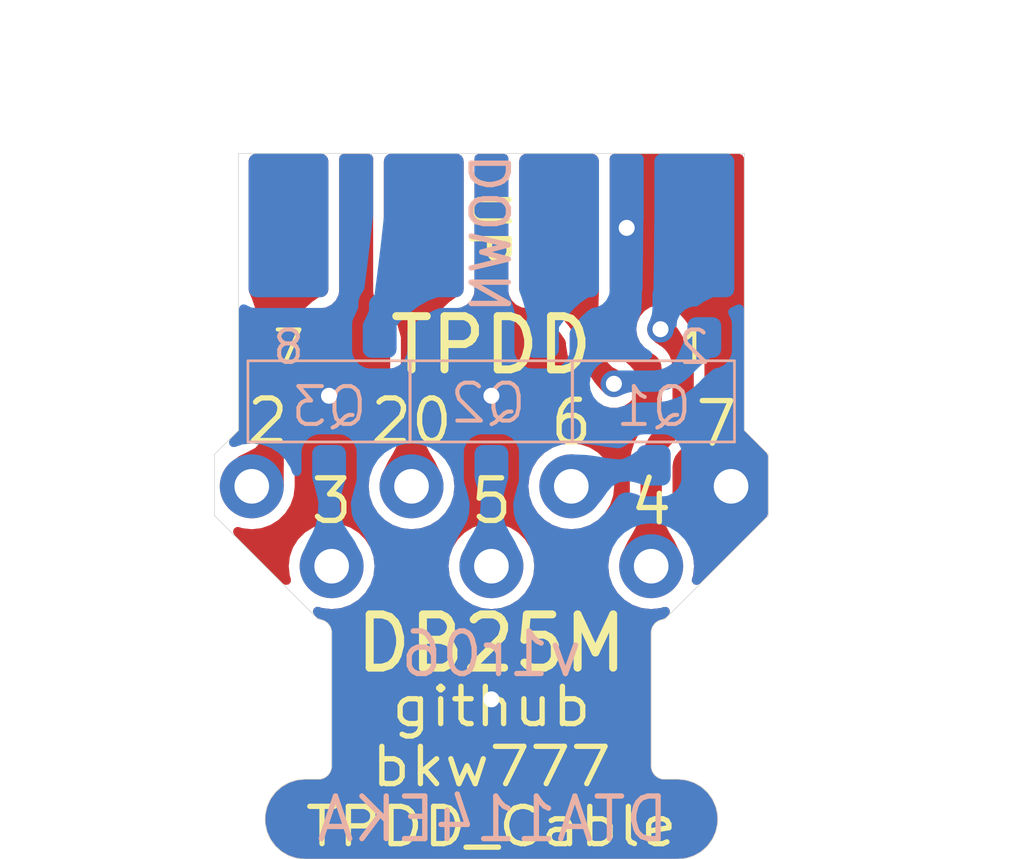
<source format=kicad_pcb>
(kicad_pcb (version 20240108) (generator "pcbnew") (generator_version "8.0")
  (title_block (title "TPDD_Cable_1") (date "2024-08-18") (rev "1r06") (company "b.kenyon.w@gmail.com"))
  (layers (0 "F.Cu" signal "Top") (31 "B.Cu" signal "Bottom") (34 "B.Paste" user) (35 "F.Paste" user) (36 "B.SilkS" user "B.Silkscreen") (37 "F.SilkS" user "F.Silkscreen") (38 "B.Mask" user) (39 "F.Mask" user) (44 "Edge.Cuts" user))
  (net 0 "")
  (net 1 "/TPDD_Cable/TX")
  (net 2 "/TPDD_Cable/RX_TTL")
  (net 3 "/TPDD_Cable/CTS_TTL")
  (net 4 "/TPDD_Cable/RTS")
  (net 5 "/TPDD_Cable/EB+")
  (net 6 "/TPDD_Cable/DSR_TTL")
  (net 7 "/TPDD_Cable/DTR")
  (net 8 "GND")
  (net 9 "/TPDD_Cable/RX")
  (net 10 "/TPDD_Cable/DSR")
  (net 11 "/TPDD_Cable/CTS")
  (footprint "000_LOCAL:2-6-2_tpdd" (layer "F.Cu") (at 148.803 82.2295)
    (property "Reference" "J2" (hide yes))
    (property "Value" "TPDD")
    (fp_text user "2" (at 0 2.286 0) (layer "B.SilkS") (effects (font (size 0.6096 0.6096) (thickness 0.0762)) (justify mirror)))
    (fp_text user "8" (at -7.62 2.286 0) (layer "B.SilkS") (effects (font (size 0.6096 0.6096) (thickness 0.0762)) (justify mirror)))
    (fp_text user "1" (at 0 2.286 0) (layer "F.SilkS") (effects (font (size 0.6096 0.6096) (thickness 0.0762))))
    (fp_text user "7" (at -7.62 2.286 0) (layer "F.SilkS") (effects (font (size 0.6096 0.6096) (thickness 0.0762))))
    (pad "1" smd roundrect (at 0 0) (size 1.5 2.7) (layers "F.Cu" "F.Mask") (roundrect_rratio 0.1) (net 8 "GND"))
    (pad "2" smd roundrect (at 0 0) (size 1.5 2.7) (layers "B.Cu" "B.Mask") (roundrect_rratio 0.1) (net 4 "/TPDD_Cable/RTS"))
    (pad "3" smd roundrect (at -2.54 0) (size 1.5 2.7) (layers "F.Cu" "F.Mask") (roundrect_rratio 0.1) (net 6 "/TPDD_Cable/DSR_TTL"))
    (pad "4" smd roundrect (at -2.54 0) (size 1.5 2.7) (layers "B.Cu" "B.Mask") (roundrect_rratio 0.1) (net 3 "/TPDD_Cable/CTS_TTL"))
    (pad "5" smd roundrect (at -5.08 0) (size 1.5 2.7) (layers "F.Cu" "F.Mask") (roundrect_rratio 0.1) (net 7 "/TPDD_Cable/DTR"))
    (pad "6" smd roundrect (at -5.08 0) (size 1.5 2.7) (layers "B.Cu" "B.Mask") (roundrect_rratio 0.1) (net 2 "/TPDD_Cable/RX_TTL"))
    (pad "7" smd roundrect (at -7.62 0) (size 1.5 2.7) (layers "F.Cu" "F.Mask") (roundrect_rratio 0.1) (net 1 "/TPDD_Cable/TX"))
    (pad "8" smd roundrect (at -7.62 0) (size 1.5 2.7) (layers "B.Cu" "B.Mask") (roundrect_rratio 0.1) (net 5 "/TPDD_Cable/EB+"))
  )
  (footprint "000_LOCAL:PTH_0.65x1.2" (layer "F.Cu") (at 147.993 88.6295)
    (property "Reference" "P4")
    (property "Value" "CTS")
    (pad "1" thru_hole circle (at 0 0) (size 1.2 1.2) (drill 0.65) (layers "*.Cu" "*.Mask") (net 4 "/TPDD_Cable/RTS"))
  )
  (footprint "000_LOCAL:PTH_0.65x1.2" (layer "F.Cu") (at 149.493 87.1295)
    (property "Reference" "P7")
    (property "Value" "GND")
    (pad "1" thru_hole circle (at 0 0) (size 1.2 1.2) (drill 0.65) (layers "*.Cu" "*.Mask") (net 8 "GND"))
  )
  (footprint "000_LOCAL:PTH_0.65x1.2" (layer "F.Cu") (at 144.993 88.6295)
    (property "Reference" "P5")
    (property "Value" "RTS")
    (pad "1" thru_hole circle (at 0 0) (size 1.2 1.2) (drill 0.65) (layers "*.Cu" "*.Mask") (net 11 "/TPDD_Cable/CTS"))
  )
  (footprint "000_LOCAL:PTH_0.65x1.2" (layer "F.Cu") (at 140.493 87.1295)
    (property "Reference" "P2")
    (property "Value" "RX")
    (pad "1" thru_hole circle (at 0 0) (size 1.2 1.2) (drill 0.65) (layers "*.Cu" "*.Mask") (net 1 "/TPDD_Cable/TX"))
  )
  (footprint "000_LOCAL:PTH_0.65x1.2" (layer "F.Cu") (at 143.493 87.1295)
    (property "Reference" "P20")
    (property "Value" "DSR")
    (pad "1" thru_hole circle (at 0 0) (size 1.2 1.2) (drill 0.65) (layers "*.Cu" "*.Mask") (net 7 "/TPDD_Cable/DTR"))
  )
  (footprint "000_LOCAL:PTH_0.65x1.2" (layer "F.Cu") (at 146.493 87.1295)
    (property "Reference" "P6")
    (property "Value" "DTR")
    (pad "1" thru_hole circle (at 0 0) (size 1.2 1.2) (drill 0.65) (layers "*.Cu" "*.Mask") (net 10 "/TPDD_Cable/DSR"))
  )
  (footprint "000_LOCAL:PTH_0.65x1.2" (layer "F.Cu") (at 141.993 88.6295)
    (property "Reference" "P3")
    (property "Value" "TX")
    (pad "1" thru_hole circle (at 0 0) (size 1.2 1.2) (drill 0.65) (layers "*.Cu" "*.Mask") (net 9 "/TPDD_Cable/RX"))
  )
  (footprint "000_LOCAL:SC-59" (layer "B.Cu") (at 141.945 85.5345 -90)
    (property "Reference" "Q3" (at -0.3175 0.762 0) (layer "B.SilkS") (effects (font (size 0.7112 0.7112) (thickness 0.0762)) (justify right top mirror)))
    (property "Value" "DTA114EKA" (hide yes))
    (fp_line (start -0.762 1.524) (end 0.762 1.524) (stroke (width 0.0508)) (layer "B.SilkS"))
    (fp_line (start -0.762 1.524) (end -0.762 -1.516) (stroke (width 0.0508)) (layer "B.SilkS"))
    (fp_line (start 0.762 1.524) (end 0.762 -1.516) (stroke (width 0.0508)) (layer "B.SilkS"))
    (fp_line (start -0.762 -1.516) (end 0.762 -1.516) (stroke (width 0.0508)) (layer "B.SilkS"))
    (pad "1" smd roundrect (at -1.2 0.95 270) (size 0.762 0.635) (layers "B.Cu" "B.Paste" "B.Mask") (net 8 "GND"))
    (pad "2" smd roundrect (at -1.2 -0.95 270) (size 0.762 0.635) (layers "B.Cu" "B.Paste" "B.Mask") (net 2 "/TPDD_Cable/RX_TTL"))
    (pad "3" smd roundrect (at 1.2 0 270) (size 0.762 0.635) (layers "B.Cu" "B.Paste" "B.Mask") (net 9 "/TPDD_Cable/RX"))
  )
  (footprint "000_LOCAL:SC-59" (layer "B.Cu") (at 148.041 85.5345 -90)
    (property "Reference" "Q1" (at -0.3175 0.762 0) (layer "B.SilkS") (effects (font (size 0.7112 0.7112) (thickness 0.0762)) (justify right top mirror)))
    (property "Value" "DTA114EKA" (hide yes))
    (fp_line (start -0.762 1.524) (end 0.762 1.524) (stroke (width 0.0508)) (layer "B.SilkS"))
    (fp_line (start -0.762 1.524) (end -0.762 -1.516) (stroke (width 0.0508)) (layer "B.SilkS"))
    (fp_line (start 0.762 1.524) (end 0.762 -1.516) (stroke (width 0.0508)) (layer "B.SilkS"))
    (fp_line (start -0.762 -1.516) (end 0.762 -1.516) (stroke (width 0.0508)) (layer "B.SilkS"))
    (pad "1" smd roundrect (at -1.2 0.95 270) (size 0.762 0.635) (layers "B.Cu" "B.Paste" "B.Mask") (net 8 "GND"))
    (pad "2" smd roundrect (at -1.2 -0.95 270) (size 0.762 0.635) (layers "B.Cu" "B.Paste" "B.Mask") (net 6 "/TPDD_Cable/DSR_TTL"))
    (pad "3" smd roundrect (at 1.2 0 270) (size 0.762 0.635) (layers "B.Cu" "B.Paste" "B.Mask") (net 10 "/TPDD_Cable/DSR"))
  )
  (footprint "000_LOCAL:SC-59" (layer "B.Cu") (at 144.993 85.5345 -90)
    (property "Reference" "Q2" (at -0.381 0.8255 0) (layer "B.SilkS") (effects (font (size 0.7112 0.7112) (thickness 0.0762)) (justify right top mirror)))
    (property "Value" "DTA114EKA" (hide yes))
    (fp_line (start -0.762 1.524) (end 0.762 1.524) (stroke (width 0.0508)) (layer "B.SilkS"))
    (fp_line (start -0.762 1.524) (end -0.762 -1.516) (stroke (width 0.0508)) (layer "B.SilkS"))
    (fp_line (start 0.762 1.524) (end 0.762 -1.516) (stroke (width 0.0508)) (layer "B.SilkS"))
    (fp_line (start -0.762 -1.516) (end 0.762 -1.516) (stroke (width 0.0508)) (layer "B.SilkS"))
    (pad "1" smd roundrect (at -1.2 0.95 270) (size 0.762 0.635) (layers "B.Cu" "B.Paste" "B.Mask") (net 8 "GND"))
    (pad "2" smd roundrect (at -1.2 -0.95 270) (size 0.762 0.635) (layers "B.Cu" "B.Paste" "B.Mask") (net 3 "/TPDD_Cable/CTS_TTL"))
    (pad "3" smd roundrect (at 1.2 0 270) (size 0.762 0.635) (layers "B.Cu" "B.Paste" "B.Mask") (net 11 "/TPDD_Cable/CTS"))
  )
  (gr_line (start 141.493 94.1295) (end 148.493 94.1295) (stroke (width 0.0127)) (layer "Edge.Cuts"))
  (gr_line (start 141.743 92.6295) (end 141.493 92.6295) (stroke (width 0.0127)) (layer "Edge.Cuts"))
  (gr_line (start 147.993 89.8795) (end 147.993 92.3795) (stroke (width 0.0127)) (layer "Edge.Cuts"))
  (gr_line (start 150.193 87.6795) (end 150.193 86.5295) (stroke (width 0.0127)) (layer "Edge.Cuts"))
  (gr_line (start 141.743 89.6295) (end 139.793 87.6795) (stroke (width 0.0127)) (layer "Edge.Cuts"))
  (gr_line (start 148.493 92.6295) (end 148.243 92.6295) (stroke (width 0.0127)) (layer "Edge.Cuts"))
  (gr_line (start 141.993 92.3795) (end 141.993 89.8795) (stroke (width 0.0127)) (layer "Edge.Cuts"))
  (gr_line (start 140.243 86.0795) (end 140.243 80.8795) (stroke (width 0.0127)) (layer "Edge.Cuts"))
  (gr_line (start 150.193 86.5295) (end 149.743 86.0795) (stroke (width 0.0127)) (layer "Edge.Cuts"))
  (gr_line (start 149.743 80.8795) (end 149.743 86.0795) (stroke (width 0.0127)) (layer "Edge.Cuts"))
  (gr_arc (start 148.493 92.6295) (mid 149.243 93.3795) (end 148.493 94.1295) (stroke (width 0.0127)) (layer "Edge.Cuts"))
  (gr_arc (start 141.743 89.6295) (mid 141.919777 89.702723) (end 141.993 89.8795) (stroke (width 0.0127)) (layer "Edge.Cuts"))
  (gr_line (start 139.793 87.6795) (end 139.793 86.5295) (stroke (width 0.0127)) (layer "Edge.Cuts"))
  (gr_line (start 139.793 86.5295) (end 140.243 86.0795) (stroke (width 0.0127)) (layer "Edge.Cuts"))
  (gr_line (start 148.243 89.6295) (end 150.193 87.6795) (stroke (width 0.0127)) (layer "Edge.Cuts"))
  (gr_arc (start 141.493 94.1295) (mid 140.743 93.3795) (end 141.493 92.6295) (stroke (width 0.0127)) (layer "Edge.Cuts"))
  (gr_arc (start 141.993 92.3795) (mid 141.919777 92.556277) (end 141.743 92.6295) (stroke (width 0.0127)) (layer "Edge.Cuts"))
  (gr_arc (start 148.243 92.6295) (mid 148.066223 92.556277) (end 147.993 92.3795) (stroke (width 0.0127)) (layer "Edge.Cuts"))
  (gr_arc (start 147.993 89.8795) (mid 148.066223 89.702723) (end 148.243 89.6295) (stroke (width 0.0127)) (layer "Edge.Cuts"))
  (gr_line (start 140.243 80.8795) (end 149.743 80.8795) (stroke (width 0.0127)) (layer "Edge.Cuts"))
  (gr_text "DOWN" (at 144.993 82.3795 90) (layer "B.SilkS") (effects (font (size 0.7 0.7) (thickness 0.1)) (justify mirror)))
  (gr_text "${00000000-0000-0000-0000-00005d2d4345:VALUE}" (at 145.018 93.3795 0) (layer "B.SilkS") (effects (font (size 0.8 0.8) (thickness 0.1)) (justify mirror)))
  (gr_text "v${REVISION}" (at 144.993 90.2795 0) (layer "B.SilkS") (effects (font (size 0.8 0.8) (thickness 0.1)) (justify mirror)))
  (gr_text "TPDD" (at 144.993 84.4795 0) (layer "F.SilkS") (effects (font (size 1 1))))
  (gr_text "7" (at 149.218 85.9545 0) (layer "F.SilkS") (effects (font (size 0.8 0.8) (thickness 0.1))))
  (gr_text "6" (at 146.493 85.9295 0) (layer "F.SilkS") (effects (font (size 0.8 0.8) (thickness 0.1))))
  (gr_text "2" (at 140.793 85.9045 0) (layer "F.SilkS") (effects (font (size 0.8 0.8) (thickness 0.1))))
  (gr_text "5" (at 144.993 87.4045 0) (layer "F.SilkS") (effects (font (size 0.8 0.8) (thickness 0.1))))
  (gr_text "4" (at 147.993 87.4295 0) (layer "F.SilkS") (effects (font (size 0.8 0.8) (thickness 0.1))))
  (gr_text "DB25M" (at 144.993 90.0795 0) (layer "F.SilkS") (effects (font (size 1 1))))
  (gr_text "UP" (at 144.943 82.296 270) (layer "F.SilkS") (effects (font (size 0.7 0.7) (thickness 0.1))))
  (gr_text "github\nbkw777\nTPDD_Cable" (at 144.993 93.9295 0) (layer "F.SilkS") (effects (font (size 0.7 0.8) (thickness 0.1)) (justify bottom)))
  (gr_text "3" (at 141.993 87.4045 0) (layer "F.SilkS") (effects (font (size 0.8 0.8) (thickness 0.1))))
  (gr_text "20" (at 143.493 85.9045 0) (layer "F.SilkS") (effects (font (size 0.8 0.8) (thickness 0.1))))
  (segment (start 140.893 86.7295) (end 140.493 87.1295) (width 0.4) (layer "F.Cu") (net 1))
  (segment (start 141.183 82.2295) (end 140.893 82.5195) (width 0.4) (layer "F.Cu") (net 1))
  (segment (start 140.893 82.5195) (end 140.893 86.7295) (width 0.4) (layer "F.Cu") (net 1))
  (segment (start 142.895 83.7209) (end 143.723 82.8929) (width 0.4) (layer "B.Cu") (net 2))
  (segment (start 142.895 84.3345) (end 142.895 83.7209) (width 0.4) (layer "B.Cu") (net 2))
  (segment (start 143.723 82.8929) (end 143.723 82.2295) (width 0.4) (layer "B.Cu") (net 2))
  (segment (start 145.943 84.3345) (end 145.943 82.5495) (width 0.4) (layer "B.Cu") (net 3))
  (segment (start 145.943 82.5495) (end 146.263 82.2295) (width 0.4) (layer "B.Cu") (net 3))
  (segment (start 148.593 84.935871) (end 148.593 85.498129) (width 0.4) (layer "F.Cu") (net 4))
  (segment (start 148.168 84.1795) (end 148.358686 84.370186) (width 0.4) (layer "F.Cu") (net 4))
  (segment (start 148.358685 86.063815) (end 148.227314 86.195186) (width 0.4) (layer "F.Cu") (net 4))
  (segment (start 147.993 86.760871) (end 147.993 88.6295) (width 0.4) (layer "F.Cu") (net 4))
  (via (at 148.168 84.1795) (size 0.5) (drill 0.3) (layers "F.Cu" "B.Cu") (net 4))
  (arc (start 147.993 86.760871) (mid 148.053896 86.454725) (end 148.227314 86.195186) (width 0.4) (layer "F.Cu") (net 4))
  (arc (start 148.358685 86.063815) (mid 148.532104 85.804276) (end 148.593 85.498129) (width 0.4) (layer "F.Cu") (net 4))
  (arc (start 148.358686 84.370186) (mid 148.532104 84.629725) (end 148.593 84.935871) (width 0.4) (layer "F.Cu") (net 4))
  (segment (start 148.218 84.1295) (end 148.218 83.5295) (width 0.4) (layer "B.Cu") (net 4))
  (segment (start 148.803 82.9445) (end 148.803 82.2295) (width 0.4) (layer "B.Cu") (net 4))
  (segment (start 148.218 83.5295) (end 148.803 82.9445) (width 0.4) (layer "B.Cu") (net 4))
  (segment (start 148.168 84.1795) (end 148.218 84.1295) (width 0.4) (layer "B.Cu") (net 4))
  (segment (start 146.793 82.7595) (end 146.263 82.2295) (width 0.4) (layer "F.Cu") (net 6))
  (segment (start 146.793 84.373129) (end 146.793 82.7595) (width 0.4) (layer "F.Cu") (net 6))
  (segment (start 147.293 85.2045) (end 147.027314 84.938814) (width 0.4) (layer "F.Cu") (net 6))
  (via (at 147.293 85.2045) (size 0.5) (drill 0.3) (layers "F.Cu" "B.Cu") (net 6))
  (arc (start 146.793 84.373129) (mid 146.853896 84.679275) (end 147.027314 84.938814) (width 0.4) (layer "F.Cu") (net 6))
  (segment (start 148.991 84.5065) (end 148.991 84.3345) (width 0.4) (layer "B.Cu") (net 6))
  (segment (start 148.577315 84.920185) (end 148.991 84.5065) (width 0.4) (layer "B.Cu") (net 6))
  (segment (start 147.343 85.1545) (end 148.011629 85.1545) (width 0.4) (layer "B.Cu") (net 6))
  (segment (start 147.293 85.2045) (end 147.343 85.1545) (width 0.4) (layer "B.Cu") (net 6))
  (arc (start 148.577315 84.920185) (mid 148.317776 85.093604) (end 148.011629 85.1545) (width 0.4) (layer "B.Cu") (net 6))
  (segment (start 143.493 82.4595) (end 143.493 87.1295) (width 0.4) (layer "F.Cu") (net 7))
  (segment (start 143.723 82.2295) (end 143.493 82.4595) (width 0.4) (layer "F.Cu") (net 7))
  (via (at 144.993 91.1295) (size 0.5) (drill 0.3) (layers "F.Cu" "B.Cu") (net 8))
  (via (at 141.943 85.4295) (size 0.5) (drill 0.3) (layers "F.Cu" "B.Cu") (net 8))
  (via (at 144.993 85.4295) (size 0.5) (drill 0.3) (layers "F.Cu" "B.Cu") (net 8))
  (via (at 147.533 82.2765) (size 0.5) (drill 0.3) (layers "F.Cu" "B.Cu") (net 8))
  (segment (start 141.945 88.5815) (end 141.993 88.6295) (width 0.4) (layer "B.Cu") (net 9))
  (segment (start 141.945 86.7345) (end 141.945 88.5815) (width 0.4) (layer "B.Cu") (net 9))
  (segment (start 146.793 86.8295) (end 146.493 87.1295) (width 0.4) (layer "B.Cu") (net 10))
  (segment (start 147.946 86.8295) (end 146.793 86.8295) (width 0.4) (layer "B.Cu") (net 10))
  (segment (start 148.041 86.7345) (end 147.946 86.8295) (width 0.4) (layer "B.Cu") (net 10))
  (segment (start 144.993 88.3285) (end 144.993 88.3285) (width 0.3) (layer "B.Cu") (net 11))
  (segment (start 144.993 86.7345) (end 144.993 88.6295) (width 0.4) (layer "B.Cu") (net 11))
  (zone (net 8) (net_name "GND") (layers "F&B.Cu") (connect_pads yes (clearance 0.18)) (min_thickness 0.18) (fill yes (thermal_gap 0.18) (thermal_bridge_width 0.4) (smoothing fillet) (radius 0.09))
    (polygon (pts (xy 150.193 94.1295) (xy 139.793 94.1295) (xy 139.793 80.8795) (xy 150.193 80.8795)))
  )
)
</source>
